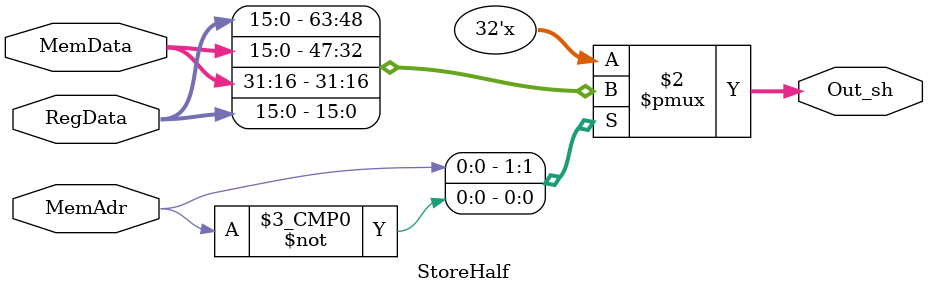
<source format=v>
`timescale 1ns / 1ps

//////////////////////////////////////////////////////////////////////////////////


module StoreHalf(MemAdr, MemData, RegData, Out_sh);
    input [31:0]MemData, RegData;
    input MemAdr; //this will tell us whether to store to LS or MS halfword of memory
    output reg [31:0] Out_sh;
    
     always @ (*) begin
        case (MemAdr)
            1'b1: begin //write reg[15:0] to MS halfword
                Out_sh = { RegData[15:0], MemData[15:0]}; end
            1'b0: begin //write reg[15:0] to LS halfword
               Out_sh = { MemData[31:16], RegData[15:0]}; end
         endcase
//        temp1 <= MemMask & MemData;
//        temp2 <= RegData & RegMask;
//        Out <= temp2 | temp1;
        //$display("Out %32b" , Out); 
     end
endmodule

</source>
